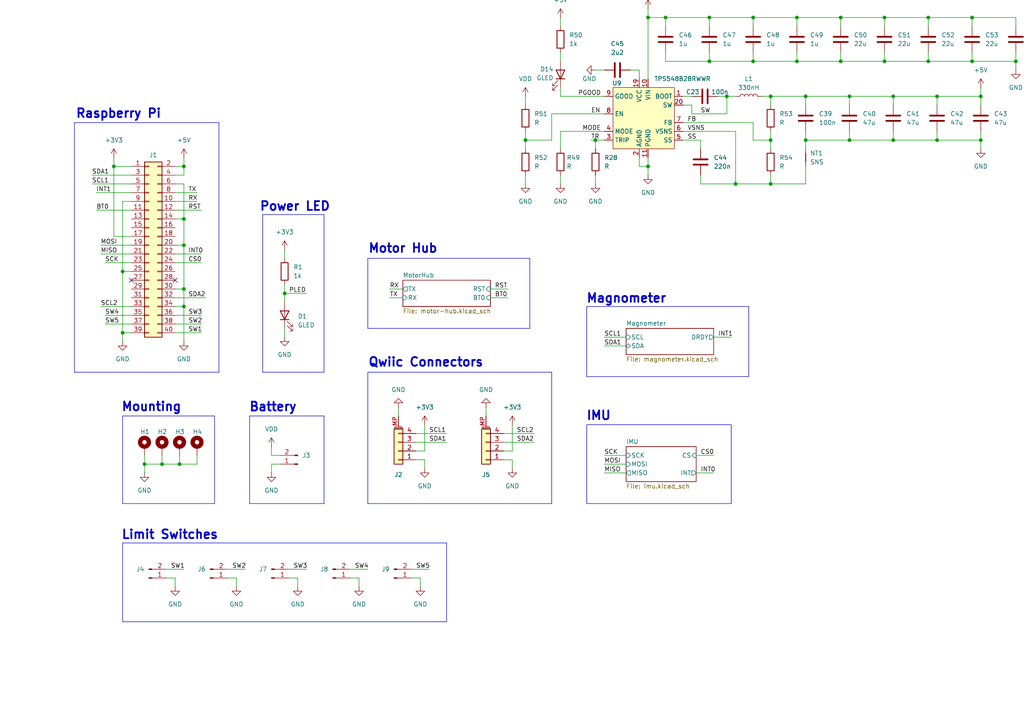
<source format=kicad_sch>
(kicad_sch (version 20231120) (generator "eeschema") (generator_version "8.0")
  (paper "A4")
  (lib_symbols
    (symbol "Connector:Conn_01x02_Pin" (pin_names (offset 1.016) hide)
      (property "Reference" "J" (at 0 2.54 0))
      (property "Value" "Conn_01x02_Pin" (at 0 -5.08 0))
      (symbol "Conn_01x02_Pin_1_1"
        (pin passive line (at 5.08 0 180) (length 3.81) (name "Pin_1") (number "1"))
        (pin passive line (at 5.08 -2.54 180) (length 3.81) (name "Pin_2") (number "2"))
      )
    )
    (symbol "Connector_Generic:Conn_02x20_Odd_Even" (pin_names (offset 1.016) hide)
      (property "Reference" "J" (at 1.27 25.4 0))
      (property "Value" "Conn_02x20_Odd_Even" (at 1.27 -27.94 0))
      (symbol "Conn_02x20_Odd_Even_1_1"
        (pin passive line (at -5.08 22.86 0) (length 3.81) (name "Pin_1") (number "1"))
        (pin passive line (at 7.62 12.7 180) (length 3.81) (name "Pin_10") (number "10"))
        (pin passive line (at -5.08 10.16 0) (length 3.81) (name "Pin_11") (number "11"))
        (pin passive line (at 7.62 10.16 180) (length 3.81) (name "Pin_12") (number "12"))
        (pin passive line (at -5.08 7.62 0) (length 3.81) (name "Pin_13") (number "13"))
        (pin passive line (at 7.62 7.62 180) (length 3.81) (name "Pin_14") (number "14"))
        (pin passive line (at -5.08 5.08 0) (length 3.81) (name "Pin_15") (number "15"))
        (pin passive line (at 7.62 5.08 180) (length 3.81) (name "Pin_16") (number "16"))
        (pin passive line (at -5.08 2.54 0) (length 3.81) (name "Pin_17") (number "17"))
        (pin passive line (at 7.62 2.54 180) (length 3.81) (name "Pin_18") (number "18"))
        (pin passive line (at -5.08 0 0) (length 3.81) (name "Pin_19") (number "19"))
        (pin passive line (at 7.62 22.86 180) (length 3.81) (name "Pin_2") (number "2"))
        (pin passive line (at 7.62 0 180) (length 3.81) (name "Pin_20") (number "20"))
        (pin passive line (at -5.08 -2.54 0) (length 3.81) (name "Pin_21") (number "21"))
        (pin passive line (at 7.62 -2.54 180) (length 3.81) (name "Pin_22") (number "22"))
        (pin passive line (at -5.08 -5.08 0) (length 3.81) (name "Pin_23") (number "23"))
        (pin passive line (at 7.62 -5.08 180) (length 3.81) (name "Pin_24") (number "24"))
        (pin passive line (at -5.08 -7.62 0) (length 3.81) (name "Pin_25") (number "25"))
        (pin passive line (at 7.62 -7.62 180) (length 3.81) (name "Pin_26") (number "26"))
        (pin passive line (at -5.08 -10.16 0) (length 3.81) (name "Pin_27") (number "27"))
        (pin passive line (at 7.62 -10.16 180) (length 3.81) (name "Pin_28") (number "28"))
        (pin passive line (at -5.08 -12.7 0) (length 3.81) (name "Pin_29") (number "29"))
        (pin passive line (at -5.08 20.32 0) (length 3.81) (name "Pin_3") (number "3"))
        (pin passive line (at 7.62 -12.7 180) (length 3.81) (name "Pin_30") (number "30"))
        (pin passive line (at -5.08 -15.24 0) (length 3.81) (name "Pin_31") (number "31"))
        (pin passive line (at 7.62 -15.24 180) (length 3.81) (name "Pin_32") (number "32"))
        (pin passive line (at -5.08 -17.78 0) (length 3.81) (name "Pin_33") (number "33"))
        (pin passive line (at 7.62 -17.78 180) (length 3.81) (name "Pin_34") (number "34"))
        (pin passive line (at -5.08 -20.32 0) (length 3.81) (name "Pin_35") (number "35"))
        (pin passive line (at 7.62 -20.32 180) (length 3.81) (name "Pin_36") (number "36"))
        (pin passive line (at -5.08 -22.86 0) (length 3.81) (name "Pin_37") (number "37"))
        (pin passive line (at 7.62 -22.86 180) (length 3.81) (name "Pin_38") (number "38"))
        (pin passive line (at -5.08 -25.4 0) (length 3.81) (name "Pin_39") (number "39"))
        (pin passive line (at 7.62 20.32 180) (length 3.81) (name "Pin_4") (number "4"))
        (pin passive line (at 7.62 -25.4 180) (length 3.81) (name "Pin_40") (number "40"))
        (pin passive line (at -5.08 17.78 0) (length 3.81) (name "Pin_5") (number "5"))
        (pin passive line (at 7.62 17.78 180) (length 3.81) (name "Pin_6") (number "6"))
        (pin passive line (at -5.08 15.24 0) (length 3.81) (name "Pin_7") (number "7"))
        (pin passive line (at 7.62 15.24 180) (length 3.81) (name "Pin_8") (number "8"))
        (pin passive line (at -5.08 12.7 0) (length 3.81) (name "Pin_9") (number "9"))
      )
    )
    (symbol "Connector_Generic_MountingPin:Conn_01x04_MountingPin" (pin_names (offset 1.016) hide)
      (property "Reference" "J" (at 0 5.08 0))
      (property "Value" "Conn_01x04_MountingPin" (at 1.27 -7.62 0))
      (symbol "Conn_01x04_MountingPin_1_1"
        (text "Mounting" (at 0 -6.731 0) (effects (font (size 0.381 0.381))))
        (pin passive line (at -5.08 2.54 0) (length 3.81) (name "Pin_1") (number "1"))
        (pin passive line (at -5.08 0 0) (length 3.81) (name "Pin_2") (number "2"))
        (pin passive line (at -5.08 -2.54 0) (length 3.81) (name "Pin_3") (number "3"))
        (pin passive line (at -5.08 -5.08 0) (length 3.81) (name "Pin_4") (number "4"))
        (pin passive line (at 0 -10.16 90) (length 3.048) (name "MountPin") (number "MP"))
      )
    )
    (symbol "Device:C" (pin_numbers hide) (pin_names (offset 0.254))
      (property "Reference" "C" (at 0.635 2.54 0))
      (property "Value" "C" (at 0.635 -2.54 0))
      (symbol "C_1_1"
        (pin passive line (at 0 3.81 270) (length 2.794) (name "~") (number "1"))
        (pin passive line (at 0 -3.81 90) (length 2.794) (name "~") (number "2"))
      )
    )
    (symbol "Device:L" (pin_numbers hide) (pin_names (offset 1.016) hide)
      (property "Reference" "L" (at -1.27 0 90))
      (property "Value" "L" (at 1.905 0 90))
      (symbol "L_1_1"
        (pin passive line (at 0 3.81 270) (length 1.27) (name "1") (number "1"))
        (pin passive line (at 0 -3.81 90) (length 1.27) (name "2") (number "2"))
      )
    )
    (symbol "Device:LED" (pin_numbers hide) (pin_names (offset 1.016) hide)
      (property "Reference" "D" (at 0 2.54 0))
      (property "Value" "LED" (at 0 -2.54 0))
      (symbol "LED_1_1"
        (pin passive line (at -3.81 0 0) (length 2.54) (name "K") (number "1"))
        (pin passive line (at 3.81 0 180) (length 2.54) (name "A") (number "2"))
      )
    )
    (symbol "Device:NetTie_2" (pin_numbers hide) (pin_names (offset 0) hide) (in_bom no)
      (property "Reference" "NT" (at 0 1.27 0))
      (property "Value" "NetTie_2" (at 0 -1.27 0))
      (symbol "NetTie_2_1_1"
        (pin passive line (at -2.54 0 0) (length 2.54) (name "1") (number "1"))
        (pin passive line (at 2.54 0 180) (length 2.54) (name "2") (number "2"))
      )
    )
    (symbol "Device:R" (pin_numbers hide) (pin_names (offset 0))
      (property "Reference" "R" (at 2.032 0 90))
      (property "Value" "R" (at 0 0 90))
      (symbol "R_1_1"
        (pin passive line (at 0 3.81 270) (length 1.27) (name "~") (number "1"))
        (pin passive line (at 0 -3.81 90) (length 1.27) (name "~") (number "2"))
      )
    )
    (symbol "Mechanical:MountingHole_Pad" (pin_numbers hide) (pin_names (offset 1.016) hide) (exclude_from_sim yes) (in_bom no)
      (property "Reference" "H" (at 0 6.35 0))
      (property "Value" "MountingHole_Pad" (at 0 4.445 0))
      (symbol "MountingHole_Pad_1_1"
        (pin input line (at 0 -2.54 90) (length 2.54) (name "1") (number "1"))
      )
    )
    (symbol "Symbols:TPS548B28RWWR"
      (property "Reference" "U" (at 1.016 1.524 0))
      (property "Value" "TPS548B28RWWR" (at 20.32 1.524 0))
      (symbol "TPS548B28RWWR_1_1"
        (pin bidirectional line (at 20.32 -2.54 180) (length 2.54) (name "BOOT") (number "1"))
        (pin power_in line (at 10.16 2.54 270) (length 2.54) (name "VIN") (number "10"))
        (pin power_in line (at 10.16 -20.32 90) (length 2.54) (name "PGND") (number "11"))
        (pin power_in line (at 10.16 -20.32 90) (length 2.54) hide (name "PGND") (number "12"))
        (pin power_in line (at 10.16 -20.32 90) (length 2.54) hide (name "PGND") (number "13"))
        (pin power_in line (at 10.16 -20.32 90) (length 2.54) hide (name "PGND") (number "14"))
        (pin power_in line (at 10.16 -20.32 90) (length 2.54) hide (name "PGND") (number "15"))
        (pin power_in line (at 10.16 -20.32 90) (length 2.54) hide (name "PGND") (number "16"))
        (pin power_in line (at 10.16 -20.32 90) (length 2.54) hide (name "PGND") (number "17"))
        (pin power_in line (at 10.16 -20.32 90) (length 2.54) hide (name "PGND") (number "18"))
        (pin bidirectional line (at 7.62 2.54 270) (length 2.54) (name "VCC") (number "19"))
        (pin power_in line (at 7.62 -20.32 90) (length 2.54) (name "AGND") (number "2"))
        (pin output line (at 20.32 -5.08 180) (length 2.54) (name "SW") (number "20"))
        (pin power_in line (at 10.16 2.54 270) (length 2.54) hide (name "VIN") (number "21"))
        (pin bidirectional line (at -2.54 -15.24 0) (length 2.54) (name "TRIP") (number "3"))
        (pin input line (at -2.54 -12.7 0) (length 2.54) (name "MODE") (number "4"))
        (pin input line (at 20.32 -15.24 180) (length 2.54) (name "SS") (number "5"))
        (pin input line (at 20.32 -12.7 180) (length 2.54) (name "VSNS") (number "6"))
        (pin input line (at 20.32 -10.16 180) (length 2.54) (name "FB") (number "7"))
        (pin input line (at -2.54 -7.62 0) (length 2.54) (name "EN") (number "8"))
        (pin open_collector line (at -2.54 -2.54 0) (length 2.54) (name "GOOD") (number "9"))
      )
    )
    (symbol "power:+3V3" (power) (pin_numbers hide) (pin_names (offset 0) hide)
      (property "Value" "+3V3" (at 0 3.556 0))
      (symbol "+3V3_1_1"
        (pin power_in line (at 0 0 90) (length 0) (name "~") (number "1"))
      )
    )
    (symbol "power:+5V" (power) (pin_numbers hide) (pin_names (offset 0) hide)
      (property "Value" "+5V" (at 0 3.556 0))
      (symbol "+5V_1_1"
        (pin power_in line (at 0 0 90) (length 0) (name "~") (number "1"))
      )
    )
    (symbol "power:GND" (power) (pin_numbers hide) (pin_names (offset 0) hide)
      (property "Value" "GND" (at 0 -3.81 0))
      (symbol "GND_1_1"
        (pin power_in line (at 0 0 270) (length 0) (name "~") (number "1"))
      )
    )
    (symbol "power:VDD" (power) (pin_numbers hide) (pin_names (offset 0) hide)
      (property "Value" "VDD" (at 0 3.556 0))
      (symbol "VDD_1_1"
        (pin power_in line (at 0 0 90) (length 0) (name "~") (number "1"))
      )
    )
  )
  (junction (at 53.34 48.26))
  (junction (at 52.07 134.62))
  (junction (at 193.04 5.08))
  (junction (at 223.52 27.94))
  (junction (at 35.56 78.74))
  (junction (at 284.48 40.64))
  (junction (at 233.68 27.94))
  (junction (at 53.34 71.12))
  (junction (at 259.08 40.64))
  (junction (at 35.56 96.52))
  (junction (at 246.38 40.64))
  (junction (at 187.96 5.08))
  (junction (at 218.44 17.78))
  (junction (at 246.38 27.94))
  (junction (at 46.99 134.62))
  (junction (at 294.64 17.78))
  (junction (at 53.34 88.9))
  (junction (at 53.34 63.5))
  (junction (at 271.78 27.94))
  (junction (at 205.74 17.78))
  (junction (at 243.84 17.78))
  (junction (at 231.14 5.08))
  (junction (at 269.24 17.78))
  (junction (at 33.02 48.26))
  (junction (at 213.36 53.34))
  (junction (at 187.96 48.26))
  (junction (at 210.82 27.94))
  (junction (at 231.14 17.78))
  (junction (at 152.4 40.64))
  (junction (at 256.54 17.78))
  (junction (at 284.48 27.94))
  (junction (at 218.44 5.08))
  (junction (at 271.78 40.64))
  (junction (at 172.72 40.64))
  (junction (at 256.54 5.08))
  (junction (at 41.91 134.62))
  (junction (at 281.94 17.78))
  (junction (at 53.34 83.82))
  (junction (at 233.68 40.64))
  (junction (at 223.52 53.34))
  (junction (at 205.74 5.08))
  (junction (at 82.55 85.09))
  (junction (at 243.84 5.08))
  (junction (at 259.08 27.94))
  (junction (at 223.52 40.64))
  (junction (at 281.94 5.08))
  (junction (at 269.24 5.08))
  (no_connect (at 38.1 81.28))
  (no_connect (at 50.8 81.28))
  (polyline (pts (xy 50.8 107.95) (xy 63.5 107.95)))
  (wire (pts (xy 213.36 38.1) (xy 213.36 53.34)))
  (wire (pts (xy 33.02 68.58) (xy 33.02 48.26)))
  (wire (pts (xy 243.84 17.78) (xy 243.84 15.24)))
  (wire (pts (xy 172.72 20.32) (xy 175.26 20.32)))
  (wire (pts (xy 187.96 48.26) (xy 185.42 48.26)))
  (wire (pts (xy 162.56 38.1) (xy 175.26 38.1)))
  (wire (pts (xy 284.48 38.1) (xy 284.48 40.64)))
  (wire (pts (xy 140.97 118.11) (xy 140.97 120.65)))
  (wire (pts (xy 78.74 132.08) (xy 81.28 132.08)))
  (wire (pts (xy 187.96 22.86) (xy 187.96 5.08)))
  (wire (pts (xy 284.48 40.64) (xy 271.78 40.64)))
  (polyline (pts (xy 21.59 107.95) (xy 21.59 35.56)))
  (wire (pts (xy 243.84 17.78) (xy 231.14 17.78)))
  (polyline (pts (xy 212.09 146.05) (xy 212.09 123.19)))
  (wire (pts (xy 50.8 58.42) (xy 57.15 58.42)))
  (wire (pts (xy 123.19 133.35) (xy 120.65 133.35)))
  (polyline (pts (xy 35.56 120.65) (xy 35.56 128.27)))
  (wire (pts (xy 81.28 134.62) (xy 78.74 134.62)))
  (wire (pts (xy 113.03 86.36) (xy 116.84 86.36)))
  (wire (pts (xy 187.96 45.72) (xy 187.96 48.26)))
  (wire (pts (xy 269.24 17.78) (xy 281.94 17.78)))
  (wire (pts (xy 198.12 30.48) (xy 200.66 30.48)))
  (wire (pts (xy 121.92 170.18) (xy 121.92 167.64)))
  (wire (pts (xy 78.74 134.62) (xy 78.74 137.16)))
  (wire (pts (xy 35.56 96.52) (xy 35.56 78.74)))
  (wire (pts (xy 218.44 5.08) (xy 218.44 7.62)))
  (polyline (pts (xy 35.56 160.02) (xy 35.56 180.34)))
  (wire (pts (xy 233.68 40.64) (xy 233.68 38.1)))
  (wire (pts (xy 175.26 97.79) (xy 181.61 97.79)))
  (wire (pts (xy 148.59 133.35) (xy 148.59 135.89)))
  (wire (pts (xy 121.92 167.64) (xy 119.38 167.64)))
  (wire (pts (xy 175.26 137.16) (xy 181.61 137.16)))
  (wire (pts (xy 201.93 132.08) (xy 207.01 132.08)))
  (wire (pts (xy 53.34 88.9) (xy 50.8 88.9)))
  (wire (pts (xy 50.8 76.2) (xy 58.42 76.2)))
  (wire (pts (xy 35.56 78.74) (xy 38.1 78.74)))
  (wire (pts (xy 218.44 17.78) (xy 231.14 17.78)))
  (wire (pts (xy 104.14 167.64) (xy 101.6 167.64)))
  (wire (pts (xy 187.96 2.54) (xy 187.96 5.08)))
  (polyline (pts (xy 35.56 128.27) (xy 35.56 146.05)))
  (wire (pts (xy 271.78 40.64) (xy 271.78 38.1)))
  (wire (pts (xy 162.56 50.8) (xy 162.56 53.34)))
  (polyline (pts (xy 106.68 74.93) (xy 106.68 78.74)))
  (wire (pts (xy 29.21 73.66) (xy 38.1 73.66)))
  (wire (pts (xy 284.48 25.4) (xy 284.48 27.94)))
  (wire (pts (xy 66.04 165.1) (xy 71.12 165.1)))
  (wire (pts (xy 271.78 27.94) (xy 284.48 27.94)))
  (wire (pts (xy 172.72 40.64) (xy 175.26 40.64)))
  (wire (pts (xy 152.4 40.64) (xy 152.4 43.18)))
  (wire (pts (xy 281.94 17.78) (xy 294.64 17.78)))
  (wire (pts (xy 142.24 83.82) (xy 147.32 83.82)))
  (wire (pts (xy 246.38 27.94) (xy 246.38 30.48)))
  (wire (pts (xy 223.52 40.64) (xy 223.52 43.18)))
  (wire (pts (xy 207.01 97.79) (xy 212.09 97.79)))
  (wire (pts (xy 57.15 132.08) (xy 57.15 134.62)))
  (wire (pts (xy 82.55 72.39) (xy 82.55 74.93)))
  (wire (pts (xy 50.8 55.88) (xy 57.15 55.88)))
  (wire (pts (xy 256.54 5.08) (xy 256.54 7.62)))
  (wire (pts (xy 142.24 86.36) (xy 147.32 86.36)))
  (wire (pts (xy 223.52 27.94) (xy 233.68 27.94)))
  (wire (pts (xy 50.8 93.98) (xy 58.42 93.98)))
  (wire (pts (xy 256.54 15.24) (xy 256.54 17.78)))
  (wire (pts (xy 172.72 50.8) (xy 172.72 53.34)))
  (polyline (pts (xy 106.68 78.74) (xy 106.68 95.25)))
  (wire (pts (xy 233.68 27.94) (xy 246.38 27.94)))
  (wire (pts (xy 210.82 27.94) (xy 210.82 33.02)))
  (polyline (pts (xy 35.56 180.34) (xy 129.54 180.34)))
  (polyline (pts (xy 160.02 146.05) (xy 160.02 107.95)))
  (polyline (pts (xy 170.18 96.52) (xy 170.18 109.22)))
  (wire (pts (xy 30.48 76.2) (xy 38.1 76.2)))
  (wire (pts (xy 233.68 27.94) (xy 233.68 30.48)))
  (wire (pts (xy 256.54 5.08) (xy 269.24 5.08)))
  (wire (pts (xy 83.82 165.1) (xy 88.9 165.1)))
  (wire (pts (xy 50.8 91.44) (xy 58.42 91.44)))
  (wire (pts (xy 294.64 5.08) (xy 294.64 7.62)))
  (polyline (pts (xy 106.68 125.73) (xy 106.68 146.05)))
  (wire (pts (xy 294.64 15.24) (xy 294.64 17.78)))
  (polyline (pts (xy 63.5 35.56) (xy 63.5 107.95)))
  (wire (pts (xy 281.94 5.08) (xy 269.24 5.08)))
  (wire (pts (xy 26.67 53.34) (xy 38.1 53.34)))
  (wire (pts (xy 205.74 17.78) (xy 218.44 17.78)))
  (wire (pts (xy 30.48 93.98) (xy 38.1 93.98)))
  (wire (pts (xy 33.02 48.26) (xy 38.1 48.26)))
  (polyline (pts (xy 62.23 120.65) (xy 35.56 120.65)))
  (wire (pts (xy 41.91 134.62) (xy 41.91 137.16)))
  (wire (pts (xy 281.94 7.62) (xy 281.94 5.08)))
  (wire (pts (xy 171.45 40.64) (xy 172.72 40.64)))
  (wire (pts (xy 162.56 27.94) (xy 175.26 27.94)))
  (wire (pts (xy 53.34 53.34) (xy 50.8 53.34)))
  (wire (pts (xy 187.96 48.26) (xy 187.96 50.8)))
  (wire (pts (xy 243.84 5.08) (xy 256.54 5.08)))
  (wire (pts (xy 50.8 60.96) (xy 58.42 60.96)))
  (wire (pts (xy 218.44 40.64) (xy 223.52 40.64)))
  (polyline (pts (xy 93.98 146.05) (xy 93.98 120.65)))
  (polyline (pts (xy 212.09 123.19) (xy 170.18 123.19)))
  (wire (pts (xy 148.59 130.81) (xy 146.05 130.81)))
  (wire (pts (xy 213.36 53.34) (xy 223.52 53.34)))
  (wire (pts (xy 123.19 130.81) (xy 120.65 130.81)))
  (polyline (pts (xy 170.18 88.9) (xy 170.18 96.52)))
  (wire (pts (xy 259.08 40.64) (xy 246.38 40.64)))
  (wire (pts (xy 35.56 99.06) (xy 35.56 96.52)))
  (wire (pts (xy 193.04 5.08) (xy 193.04 7.62)))
  (wire (pts (xy 220.98 27.94) (xy 223.52 27.94)))
  (polyline (pts (xy 106.68 146.05) (xy 160.02 146.05)))
  (polyline (pts (xy 170.18 146.05) (xy 212.09 146.05)))
  (wire (pts (xy 218.44 17.78) (xy 218.44 15.24)))
  (wire (pts (xy 27.94 55.88) (xy 38.1 55.88)))
  (wire (pts (xy 120.65 125.73) (xy 129.54 125.73)))
  (wire (pts (xy 152.4 50.8) (xy 152.4 53.34)))
  (wire (pts (xy 182.88 20.32) (xy 185.42 20.32)))
  (wire (pts (xy 269.24 15.24) (xy 269.24 17.78)))
  (wire (pts (xy 203.2 40.64) (xy 198.12 40.64)))
  (wire (pts (xy 193.04 17.78) (xy 205.74 17.78)))
  (wire (pts (xy 148.59 133.35) (xy 146.05 133.35)))
  (wire (pts (xy 294.64 17.78) (xy 294.64 20.32)))
  (wire (pts (xy 82.55 85.09) (xy 88.9 85.09)))
  (wire (pts (xy 26.67 50.8) (xy 38.1 50.8)))
  (wire (pts (xy 231.14 5.08) (xy 231.14 7.62)))
  (wire (pts (xy 203.2 43.18) (xy 203.2 40.64)))
  (wire (pts (xy 259.08 27.94) (xy 259.08 30.48)))
  (wire (pts (xy 175.26 132.08) (xy 181.61 132.08)))
  (wire (pts (xy 29.21 71.12) (xy 38.1 71.12)))
  (wire (pts (xy 50.8 73.66) (xy 58.42 73.66)))
  (wire (pts (xy 205.74 5.08) (xy 205.74 7.62)))
  (wire (pts (xy 53.34 63.5) (xy 50.8 63.5)))
  (wire (pts (xy 205.74 17.78) (xy 205.74 15.24)))
  (wire (pts (xy 50.8 86.36) (xy 59.69 86.36)))
  (polyline (pts (xy 170.18 129.54) (xy 170.18 146.05)))
  (polyline (pts (xy 217.17 88.9) (xy 170.18 88.9)))
  (wire (pts (xy 162.56 15.24) (xy 162.56 17.78)))
  (wire (pts (xy 123.19 123.19) (xy 123.19 130.81)))
  (polyline (pts (xy 153.67 95.25) (xy 153.67 74.93)))
  (wire (pts (xy 223.52 38.1) (xy 223.52 40.64)))
  (wire (pts (xy 53.34 50.8) (xy 50.8 50.8)))
  (wire (pts (xy 218.44 35.56) (xy 218.44 40.64)))
  (wire (pts (xy 82.55 85.09) (xy 82.55 87.63)))
  (wire (pts (xy 203.2 53.34) (xy 203.2 50.8)))
  (wire (pts (xy 246.38 40.64) (xy 233.68 40.64)))
  (wire (pts (xy 246.38 40.64) (xy 246.38 38.1)))
  (wire (pts (xy 68.58 170.18) (xy 68.58 167.64)))
  (polyline (pts (xy 170.18 109.22) (xy 217.17 109.22)))
  (wire (pts (xy 86.36 170.18) (xy 86.36 167.64)))
  (wire (pts (xy 160.02 33.02) (xy 175.26 33.02)))
  (wire (pts (xy 243.84 7.62) (xy 243.84 5.08)))
  (wire (pts (xy 231.14 17.78) (xy 231.14 15.24)))
  (wire (pts (xy 223.52 53.34) (xy 233.68 53.34)))
  (wire (pts (xy 162.56 5.08) (xy 162.56 7.62)))
  (wire (pts (xy 86.36 167.64) (xy 83.82 167.64)))
  (polyline (pts (xy 129.54 180.34) (xy 129.54 157.48)))
  (wire (pts (xy 152.4 40.64) (xy 160.02 40.64)))
  (wire (pts (xy 33.02 45.72) (xy 33.02 48.26)))
  (wire (pts (xy 29.21 88.9) (xy 38.1 88.9)))
  (polyline (pts (xy 93.98 62.23) (xy 76.2 62.23)))
  (wire (pts (xy 115.57 118.11) (xy 115.57 120.65)))
  (wire (pts (xy 281.94 5.08) (xy 294.64 5.08)))
  (wire (pts (xy 187.96 5.08) (xy 193.04 5.08)))
  (wire (pts (xy 185.42 48.26) (xy 185.42 45.72)))
  (wire (pts (xy 53.34 88.9) (xy 53.34 83.82)))
  (wire (pts (xy 210.82 27.94) (xy 208.28 27.94)))
  (polyline (pts (xy 153.67 74.93) (xy 106.68 74.93)))
  (wire (pts (xy 185.42 20.32) (xy 185.42 22.86)))
  (wire (pts (xy 198.12 35.56) (xy 218.44 35.56)))
  (polyline (pts (xy 72.39 121.92) (xy 72.39 146.05)))
  (wire (pts (xy 246.38 27.94) (xy 259.08 27.94)))
  (wire (pts (xy 160.02 40.64) (xy 160.02 33.02)))
  (polyline (pts (xy 35.56 157.48) (xy 35.56 160.02)))
  (polyline (pts (xy 93.98 107.95) (xy 93.98 62.23)))
  (wire (pts (xy 46.99 134.62) (xy 52.07 134.62)))
  (wire (pts (xy 193.04 5.08) (xy 205.74 5.08)))
  (wire (pts (xy 269.24 17.78) (xy 256.54 17.78)))
  (wire (pts (xy 33.02 68.58) (xy 38.1 68.58)))
  (polyline (pts (xy 21.59 35.56) (xy 63.5 35.56)))
  (polyline (pts (xy 62.23 146.05) (xy 62.23 120.65)))
  (polyline (pts (xy 217.17 109.22) (xy 217.17 88.9)))
  (wire (pts (xy 53.34 71.12) (xy 50.8 71.12)))
  (wire (pts (xy 259.08 27.94) (xy 271.78 27.94)))
  (wire (pts (xy 223.52 50.8) (xy 223.52 53.34)))
  (wire (pts (xy 201.93 137.16) (xy 207.01 137.16)))
  (wire (pts (xy 120.65 128.27) (xy 129.54 128.27)))
  (wire (pts (xy 284.48 40.64) (xy 284.48 43.18)))
  (wire (pts (xy 30.48 91.44) (xy 38.1 91.44)))
  (polyline (pts (xy 76.2 68.58) (xy 76.2 107.95)))
  (wire (pts (xy 35.56 78.74) (xy 35.56 58.42)))
  (wire (pts (xy 256.54 17.78) (xy 243.84 17.78)))
  (wire (pts (xy 175.26 100.33) (xy 181.61 100.33)))
  (wire (pts (xy 53.34 71.12) (xy 53.34 63.5)))
  (wire (pts (xy 175.26 134.62) (xy 181.61 134.62)))
  (wire (pts (xy 101.6 165.1) (xy 106.68 165.1)))
  (wire (pts (xy 205.74 5.08) (xy 218.44 5.08)))
  (wire (pts (xy 162.56 43.18) (xy 162.56 38.1)))
  (wire (pts (xy 27.94 60.96) (xy 38.1 60.96)))
  (polyline (pts (xy 129.54 157.48) (xy 35.56 157.48)))
  (wire (pts (xy 50.8 170.18) (xy 50.8 167.64)))
  (wire (pts (xy 53.34 63.5) (xy 53.34 53.34)))
  (wire (pts (xy 146.05 125.73) (xy 154.94 125.73)))
  (wire (pts (xy 152.4 27.94) (xy 152.4 30.48)))
  (wire (pts (xy 57.15 134.62) (xy 52.07 134.62)))
  (wire (pts (xy 162.56 25.4) (xy 162.56 27.94)))
  (wire (pts (xy 271.78 27.94) (xy 271.78 30.48)))
  (polyline (pts (xy 93.98 120.65) (xy 72.39 120.65)))
  (wire (pts (xy 259.08 40.64) (xy 259.08 38.1)))
  (polyline (pts (xy 35.56 146.05) (xy 62.23 146.05)))
  (wire (pts (xy 35.56 58.42) (xy 38.1 58.42)))
  (wire (pts (xy 104.14 170.18) (xy 104.14 167.64)))
  (wire (pts (xy 233.68 40.64) (xy 233.68 43.18)))
  (wire (pts (xy 210.82 27.94) (xy 213.36 27.94)))
  (wire (pts (xy 46.99 134.62) (xy 46.99 132.08)))
  (wire (pts (xy 172.72 40.64) (xy 172.72 43.18)))
  (wire (pts (xy 223.52 27.94) (xy 223.52 30.48)))
  (wire (pts (xy 53.34 83.82) (xy 53.34 71.12)))
  (wire (pts (xy 113.03 83.82) (xy 116.84 83.82)))
  (wire (pts (xy 200.66 33.02) (xy 210.82 33.02)))
  (wire (pts (xy 269.24 5.08) (xy 269.24 7.62)))
  (wire (pts (xy 146.05 128.27) (xy 154.94 128.27)))
  (wire (pts (xy 41.91 132.08) (xy 41.91 134.62)))
  (wire (pts (xy 148.59 123.19) (xy 148.59 130.81)))
  (wire (pts (xy 193.04 15.24) (xy 193.04 17.78)))
  (polyline (pts (xy 170.18 123.19) (xy 170.18 129.54)))
  (wire (pts (xy 53.34 48.26) (xy 53.34 50.8)))
  (polyline (pts (xy 76.2 62.23) (xy 76.2 68.58)))
  (wire (pts (xy 218.44 5.08) (xy 231.14 5.08)))
  (wire (pts (xy 203.2 53.34) (xy 213.36 53.34)))
  (polyline (pts (xy 106.68 107.95) (xy 106.68 125.73)))
  (polyline (pts (xy 76.2 107.95) (xy 93.98 107.95)))
  (wire (pts (xy 152.4 38.1) (xy 152.4 40.64)))
  (wire (pts (xy 198.12 27.94) (xy 200.66 27.94)))
  (wire (pts (xy 35.56 96.52) (xy 38.1 96.52)))
  (wire (pts (xy 82.55 95.25) (xy 82.55 97.79)))
  (polyline (pts (xy 50.8 107.95) (xy 21.59 107.95)))
  (polyline (pts (xy 160.02 107.95) (xy 106.68 107.95)))
  (wire (pts (xy 82.55 82.55) (xy 82.55 85.09)))
  (wire (pts (xy 53.34 83.82) (xy 50.8 83.82)))
  (wire (pts (xy 271.78 40.64) (xy 259.08 40.64)))
  (wire (pts (xy 52.07 134.62) (xy 52.07 132.08)))
  (wire (pts (xy 243.84 5.08) (xy 231.14 5.08)))
  (wire (pts (xy 200.66 30.48) (xy 200.66 33.02)))
  (wire (pts (xy 41.91 134.62) (xy 46.99 134.62)))
  (polyline (pts (xy 72.39 146.05) (xy 93.98 146.05)))
  (wire (pts (xy 48.26 165.1) (xy 53.34 165.1)))
  (wire (pts (xy 53.34 45.72) (xy 53.34 48.26)))
  (wire (pts (xy 198.12 38.1) (xy 213.36 38.1)))
  (wire (pts (xy 53.34 99.06) (xy 53.34 88.9)))
  (wire (pts (xy 281.94 17.78) (xy 281.94 15.24)))
  (wire (pts (xy 284.48 27.94) (xy 284.48 30.48)))
  (wire (pts (xy 78.74 129.54) (xy 78.74 132.08)))
  (polyline (pts (xy 106.68 95.25) (xy 153.67 95.25)))
  (wire (pts (xy 50.8 48.26) (xy 53.34 48.26)))
  (polyline (pts (xy 72.39 120.65) (xy 72.39 121.92)))
  (wire (pts (xy 233.68 48.26) (xy 233.68 53.34)))
  (wire (pts (xy 123.19 133.35) (xy 123.19 135.89)))
  (wire (pts (xy 68.58 167.64) (xy 66.04 167.64)))
  (wire (pts (xy 119.38 165.1) (xy 124.46 165.1)))
  (wire (pts (xy 50.8 167.64) (xy 48.26 167.64)))
  (wire (pts (xy 50.8 96.52) (xy 58.42 96.52)))
  (text "Mounting" (at 43.942 118.11 0) (effects (font (size 2.54 2.54) (thickness 0.508) (bold yes))))
  (text "Power LED" (at 75.184 61.468 0) (effects (font (size 2.54 2.54) (thickness 0.508) (bold yes)) (justify left bottom)))
  (text "IMU" (at 169.926 122.174 0) (effects (font (size 2.54 2.54) (thickness 0.508) (bold yes)) (justify left bottom)))
  (text "Motor Hub" (at 106.68 73.66 0) (effects (font (size 2.54 2.54) (thickness 0.508) (bold yes)) (justify left bottom)))
  (text "Limit Switches" (at 49.276 155.194 0) (effects (font (size 2.54 2.54) (thickness 0.508) (bold yes))))
  (text "Qwiic Connectors" (at 106.68 106.68 0) (effects (font (size 2.54 2.54) (thickness 0.508) (bold yes)) (justify left bottom)))
  (text "Battery" (at 72.136 119.634 0) (effects (font (size 2.54 2.54) (thickness 0.508) (bold yes)) (justify left bottom)))
  (text "Raspberry Pi" (at 21.844 34.544 0) (effects (font (size 2.54 2.54) (thickness 0.508) (bold yes)) (justify left bottom)))
  (text "Magnometer" (at 169.926 88.138 0) (effects (font (size 2.54 2.54) (thickness 0.508) (bold yes)) (justify left bottom)))
  (label "SW3" (at 54.61 91.44 0))
  (label "SW3" (at 85.09 165.1 0))
  (label "SDA1" (at 175.26 100.33 0))
  (label "SW5" (at 30.48 93.98 0))
  (label "SCK" (at 30.48 76.2 0))
  (label "SCK" (at 175.26 132.08 0))
  (label "SW2" (at 54.61 93.98 0))
  (label "PLED" (at 83.82 85.09 0))
  (label "SDA1" (at 26.67 50.8 0))
  (label "SDA2" (at 54.61 86.36 0))
  (label "TX" (at 113.03 86.36 0))
  (label "RX" (at 113.03 83.82 0))
  (label "MODE" (at 168.91 38.1 0))
  (label "VSNS" (at 199.39 38.1 0))
  (label "MOSI" (at 175.26 134.62 0))
  (label "SDA1" (at 124.46 128.27 0))
  (label "PGOOD" (at 167.64 27.94 0))
  (label "BT0" (at 143.51 86.36 0))
  (label "MISO" (at 175.26 137.16 0))
  (label "BT0" (at 27.94 60.96 0))
  (label "TR" (at 171.45 40.64 0))
  (label "SDA2" (at 149.86 128.27 0))
  (label "RX" (at 54.61 58.42 0))
  (label "SW2" (at 67.31 165.1 0))
  (label "RST" (at 143.51 83.82 0))
  (label "CS0" (at 203.2 132.08 0))
  (label "SW4" (at 102.87 165.1 0))
  (label "SCL1" (at 124.46 125.73 0))
  (label "TX" (at 54.61 55.88 0))
  (label "MOSI" (at 29.21 71.12 0))
  (label "SCL1" (at 26.67 53.34 0))
  (label "SW" (at 203.2 33.02 0))
  (label "INT1" (at 208.28 97.79 0))
  (label "SCL2" (at 149.86 125.73 0))
  (label "EN" (at 171.45 33.02 0))
  (label "SW4" (at 30.48 91.44 0))
  (label "INT1" (at 27.94 55.88 0))
  (label "SW5" (at 120.65 165.1 0))
  (label "SW1" (at 54.61 96.52 0))
  (label "FB" (at 199.39 35.56 0))
  (label "SW1" (at 49.53 165.1 0))
  (label "SS" (at 199.39 40.64 0))
  (label "MISO" (at 29.21 73.66 0))
  (label "CS0" (at 54.61 76.2 0))
  (label "SCL2" (at 29.21 88.9 0))
  (label "INT0" (at 54.61 73.66 0))
  (label "INT0" (at 203.2 137.16 0))
  (label "SCL1" (at 175.26 97.79 0))
  (label "RST" (at 54.61 60.96 0))
  (symbol (lib_id "power:+3V3") (at 82.55 72.39 0) (unit 1)
    (property "Reference" "#PWR05" (effects (hide yes)))
    (property "Value" "+3V3" (at 82.55 67.31 0))
    (property "Description" "Power symbol creates a global label with name \"+3V3\"" (effects (hide yes)))
  )
  (symbol (lib_id "Connector:Conn_01x02_Pin") (at 96.52 167.64 0) (mirror x) (unit 1)
    (property "Reference" "J8" (at 95.25 165.0999 0) (effects (justify right)))
    (property "Value" "Conn_01x02_Pin" (effects (hide yes)))
    (property "Footprint" "Connector_PinHeader_2.54mm:PinHeader_1x02_P2.54mm_Vertical" (effects (hide yes)))
    (property "Description" "Generic connector, single row, 01x02, script generated" (effects (hide yes)))
  )
  (symbol (lib_id "Device:C") (at 271.78 34.29 0) (unit 1)
    (property "Reference" "C42" (at 275.59 33.0199 0) (effects (justify left)))
    (property "Value" "47u" (at 275.59 35.5599 0) (effects (justify left)))
    (property "Footprint" "Capacitor_SMD:C_1206_3216Metric" (effects (hide yes)))
    (property "Description" "Unpolarized capacitor" (effects (hide yes)))
    (property "LCSC" "C96123" (effects (hide yes)))
  )
  (symbol (lib_id "Mechanical:MountingHole_Pad") (at 52.07 129.54 0) (unit 1) (exclude_from_sim yes) (in_bom no)
    (property "Reference" "H3" (at 50.8 125.222 0) (effects (justify left)))
    (property "Value" "MountingHole_Pad" (effects (hide yes)))
    (property "Footprint" "MountingHole:MountingHole_2.5mm_Pad" (effects (hide yes)))
    (property "Description" "Mounting Hole with connection" (effects (hide yes)))
  )
  (symbol (lib_id "Device:C") (at 269.24 11.43 0) (unit 1)
    (property "Reference" "C52" (at 273.05 10.1599 0) (effects (justify left)))
    (property "Value" "22u" (at 273.05 12.6999 0) (effects (justify left)))
    (property "Footprint" "Capacitor_SMD:C_0805_2012Metric" (effects (hide yes)))
    (property "Description" "Unpolarized capacitor" (effects (hide yes)))
    (property "LCSC" "C45783" (effects (hide yes)))
  )
  (symbol (lib_id "Connector:Conn_01x02_Pin") (at 114.3 167.64 0) (mirror x) (unit 1)
    (property "Reference" "J9" (at 113.03 165.0999 0) (effects (justify right)))
    (property "Value" "Conn_01x02_Pin" (effects (hide yes)))
    (property "Footprint" "Connector_PinHeader_2.54mm:PinHeader_1x02_P2.54mm_Vertical" (effects (hide yes)))
    (property "Description" "Generic connector, single row, 01x02, script generated" (effects (hide yes)))
  )
  (symbol (lib_id "power:GND") (at 172.72 53.34 0) (unit 1)
    (property "Reference" "#PWR0102" (effects (hide yes)))
    (property "Value" "GND" (at 172.72 58.42 0))
    (property "Description" "Power symbol creates a global label with name \"GND\" , ground" (effects (hide yes)))
  )
  (symbol (lib_id "power:+3V3") (at 148.59 123.19 0) (unit 1)
    (property "Reference" "#PWR025" (effects (hide yes)))
    (property "Value" "+3V3" (at 148.59 118.11 0))
    (property "Description" "Power symbol creates a global label with name \"+3V3\"" (effects (hide yes)))
  )
  (symbol (lib_id "Device:R") (at 152.4 46.99 0) (unit 1)
    (property "Reference" "R52" (at 154.94 45.7199 0) (effects (justify left)))
    (property "Value" "R" (at 154.94 48.2599 0) (effects (justify left)))
    (property "Footprint" "Resistor_SMD:R_0402_1005Metric" (effects (hide yes)))
    (property "Description" "Resistor" (effects (hide yes)))
  )
  (symbol (lib_id "Device:R") (at 223.52 46.99 0) (unit 1)
    (property "Reference" "R54" (at 226.06 45.7199 0) (effects (justify left)))
    (property "Value" "R" (at 226.06 48.2599 0) (effects (justify left)))
    (property "Footprint" "Resistor_SMD:R_0402_1005Metric" (effects (hide yes)))
    (property "Description" "Resistor" (effects (hide yes)))
  )
  (symbol (lib_id "Connector:Conn_01x02_Pin") (at 60.96 167.64 0) (mirror x) (unit 1)
    (property "Reference" "J6" (at 59.69 165.0999 0) (effects (justify right)))
    (property "Value" "Conn_01x02_Pin" (effects (hide yes)))
    (property "Footprint" "Connector_PinHeader_2.54mm:PinHeader_1x02_P2.54mm_Vertical" (effects (hide yes)))
    (property "Description" "Generic connector, single row, 01x02, script generated" (effects (hide yes)))
  )
  (symbol (lib_id "Device:R") (at 162.56 11.43 180) (unit 1)
    (property "Reference" "R50" (at 165.1 10.1599 0) (effects (justify right)))
    (property "Value" "1k" (at 165.1 12.6999 0) (effects (justify right)))
    (property "Footprint" "Resistor_SMD:R_0402_1005Metric" (effects (hide yes)))
    (property "Description" "Resistor" (effects (hide yes)))
    (property "LCSC" "C11702" (effects (hide yes)))
  )
  (symbol (lib_id "power:GND") (at 115.57 118.11 180) (unit 1)
    (property "Reference" "#PWR07" (effects (hide yes)))
    (property "Value" "GND" (at 115.57 113.03 0))
    (property "Description" "Power symbol creates a global label with name \"GND\" , ground" (effects (hide yes)))
  )
  (symbol (lib_id "power:GND") (at 187.96 50.8 0) (unit 1)
    (property "Reference" "#PWR0101" (effects (hide yes)))
    (property "Value" "GND" (at 187.96 55.88 0))
    (property "Description" "Power symbol creates a global label with name \"GND\" , ground" (effects (hide yes)))
  )
  (symbol (lib_id "Connector:Conn_01x02_Pin") (at 86.36 134.62 180) (unit 1)
    (property "Reference" "J3" (at 87.63 132.0799 0) (effects (justify right)))
    (property "Value" "Conn_01x02_Pin" (effects (hide yes)))
    (property "Footprint" "Connector_AMASS:AMASS_XT30PW-M_1x02_P2.50mm_Horizontal" (effects (hide yes)))
    (property "Description" "Generic connector, single row, 01x02, script generated" (effects (hide yes)))
  )
  (symbol (lib_id "power:+5V") (at 162.56 5.08 0) (unit 1)
    (property "Reference" "#PWR0104" (effects (hide yes)))
    (property "Value" "+5V" (at 162.56 0 0))
    (property "Description" "Power symbol creates a global label with name \"+5V\"" (effects (hide yes)))
  )
  (symbol (lib_id "Device:C") (at 284.48 34.29 0) (unit 1)
    (property "Reference" "C43" (at 288.29 33.0199 0) (effects (justify left)))
    (property "Value" "47u" (at 288.29 35.5599 0) (effects (justify left)))
    (property "Footprint" "Capacitor_SMD:C_1206_3216Metric" (effects (hide yes)))
    (property "Description" "Unpolarized capacitor" (effects (hide yes)))
    (property "LCSC" "C96123" (effects (hide yes)))
  )
  (symbol (lib_id "power:GND") (at 123.19 135.89 0) (unit 1)
    (property "Reference" "#PWR010" (effects (hide yes)))
    (property "Value" "GND" (at 123.19 140.97 0))
    (property "Description" "Power symbol creates a global label with name \"GND\" , ground" (effects (hide yes)))
  )
  (symbol (lib_id "power:GND") (at 148.59 135.89 0) (unit 1)
    (property "Reference" "#PWR026" (effects (hide yes)))
    (property "Value" "GND" (at 148.59 140.97 0))
    (property "Description" "Power symbol creates a global label with name \"GND\" , ground" (effects (hide yes)))
  )
  (symbol (lib_id "power:GND") (at 140.97 118.11 180) (unit 1)
    (property "Reference" "#PWR024" (effects (hide yes)))
    (property "Value" "GND" (at 140.97 113.03 0))
    (property "Description" "Power symbol creates a global label with name \"GND\" , ground" (effects (hide yes)))
  )
  (symbol (lib_id "Connector_Generic_MountingPin:Conn_01x04_MountingPin") (at 115.57 130.81 180) (unit 1)
    (property "Reference" "J2" (at 115.57 137.668 0))
    (property "Value" "Conn_01x04_MountingPin" (effects (hide yes)))
    (property "Footprint" "Connector_JST:JST_SH_SM04B-SRSS-TB_1x04-1MP_P1.00mm_Horizontal" (effects (hide yes)))
    (property "Description" "Generic connectable mounting pin connector, single row, 01x04, script generated (kicad-library-utils/schlib/autogen/connector/)" (effects (hide yes)))
    (property "LCSC" "C160404" (effects (hide yes)))
  )
  (symbol (lib_id "Device:C") (at 246.38 34.29 0) (unit 1)
    (property "Reference" "C40" (at 250.19 33.0199 0) (effects (justify left)))
    (property "Value" "47u" (at 250.19 35.5599 0) (effects (justify left)))
    (property "Footprint" "Capacitor_SMD:C_1206_3216Metric" (effects (hide yes)))
    (property "Description" "Unpolarized capacitor" (effects (hide yes)))
    (property "LCSC" "C96123" (effects (hide yes)))
  )
  (symbol (lib_id "power:GND") (at 41.91 137.16 0) (unit 1)
    (property "Reference" "#PWR0263" (effects (hide yes)))
    (property "Value" "GND" (at 41.91 142.24 0))
    (property "Description" "Power symbol creates a global label with name \"GND\" , ground" (effects (hide yes)))
  )
  (symbol (lib_id "power:GND") (at 50.8 170.18 0) (unit 1)
    (property "Reference" "#PWR08" (effects (hide yes)))
    (property "Value" "GND" (at 50.8 175.26 0))
    (property "Description" "Power symbol creates a global label with name \"GND\" , ground" (effects (hide yes)))
  )
  (symbol (lib_id "Mechanical:MountingHole_Pad") (at 41.91 129.54 0) (unit 1) (exclude_from_sim yes) (in_bom no)
    (property "Reference" "H1" (at 40.64 125.222 0) (effects (justify left)))
    (property "Value" "MountingHole_Pad" (effects (hide yes)))
    (property "Footprint" "MountingHole:MountingHole_2.5mm_Pad" (effects (hide yes)))
    (property "Description" "Mounting Hole with connection" (effects (hide yes)))
  )
  (symbol (lib_id "power:GND") (at 53.34 99.06 0) (unit 1)
    (property "Reference" "#PWR04" (effects (hide yes)))
    (property "Value" "GND" (at 53.34 104.14 0))
    (property "Description" "Power symbol creates a global label with name \"GND\" , ground" (effects (hide yes)))
  )
  (symbol (lib_id "Device:LED") (at 162.56 21.59 270) (mirror x) (unit 1)
    (property "Reference" "D14" (at 160.528 20.066 90) (effects (justify right)))
    (property "Value" "GLED" (at 160.528 22.606 90) (effects (justify right)))
    (property "Footprint" "LED_SMD:LED_0603_1608Metric" (effects (hide yes)))
    (property "Description" "Light emitting diode" (effects (hide yes)))
    (property "LCSC" "C72043" (effects (hide yes)))
  )
  (symbol (lib_id "power:GND") (at 172.72 20.32 270) (unit 1)
    (property "Reference" "#PWR0107" (effects (hide yes)))
    (property "Value" "GND" (at 172.974 22.86 90) (effects (justify right)))
    (property "Description" "Power symbol creates a global label with name \"GND\" , ground" (effects (hide yes)))
  )
  (symbol (lib_id "power:GND") (at 86.36 170.18 0) (unit 1)
    (property "Reference" "#PWR092" (effects (hide yes)))
    (property "Value" "GND" (at 86.36 175.26 0))
    (property "Description" "Power symbol creates a global label with name \"GND\" , ground" (effects (hide yes)))
  )
  (symbol (lib_id "power:VDD") (at 152.4 27.94 0) (unit 1)
    (property "Reference" "#PWR0105" (effects (hide yes)))
    (property "Value" "VDD" (at 152.4 22.86 0))
    (property "Description" "Power symbol creates a global label with name \"VDD\"" (effects (hide yes)))
  )
  (symbol (lib_id "Mechanical:MountingHole_Pad") (at 57.15 129.54 0) (unit 1) (exclude_from_sim yes) (in_bom no)
    (property "Reference" "H4" (at 55.88 125.222 0) (effects (justify left)))
    (property "Value" "MountingHole_Pad" (effects (hide yes)))
    (property "Footprint" "MountingHole:MountingHole_2.5mm_Pad" (effects (hide yes)))
    (property "Description" "Mounting Hole with connection" (effects (hide yes)))
  )
  (symbol (lib_id "power:VDD") (at 78.74 129.54 0) (unit 1)
    (property "Reference" "#PWR011" (effects (hide yes)))
    (property "Value" "VDD" (at 78.74 124.46 0))
    (property "Description" "Power symbol creates a global label with name \"VDD\"" (effects (hide yes)))
  )
  (symbol (lib_id "Device:R") (at 82.55 78.74 180) (unit 1)
    (property "Reference" "R1" (at 85.09 77.4699 0) (effects (justify right)))
    (property "Value" "1k" (at 85.09 80.0099 0) (effects (justify right)))
    (property "Footprint" "Resistor_SMD:R_0402_1005Metric" (effects (hide yes)))
    (property "Description" "Resistor" (effects (hide yes)))
    (property "LCSC" "C11702" (effects (hide yes)))
  )
  (symbol (lib_id "power:GND") (at 78.74 137.16 0) (unit 1)
    (property "Reference" "#PWR012" (effects (hide yes)))
    (property "Value" "GND" (at 78.74 142.24 0))
    (property "Description" "Power symbol creates a global label with name \"GND\" , ground" (effects (hide yes)))
  )
  (symbol (lib_id "Device:C") (at 204.47 27.94 90) (unit 1)
    (property "Reference" "C23" (at 200.914 26.67 90))
    (property "Value" "100n" (at 208.788 26.67 90))
    (property "Footprint" "Capacitor_SMD:C_0603_1608Metric" (effects (hide yes)))
    (property "Description" "Unpolarized capacitor" (effects (hide yes)))
  )
  (symbol (lib_id "Device:C") (at 203.2 46.99 0) (unit 1)
    (property "Reference" "C44" (at 207.01 45.7199 0) (effects (justify left)))
    (property "Value" "220n" (at 207.01 48.2599 0) (effects (justify left)))
    (property "Footprint" "Capacitor_SMD:C_0603_1608Metric" (effects (hide yes)))
    (property "Description" "Unpolarized capacitor" (effects (hide yes)))
    (property "LCSC" "C16772" (effects (hide yes)))
  )
  (symbol (lib_id "Mechanical:MountingHole_Pad") (at 46.99 129.54 0) (unit 1) (exclude_from_sim yes) (in_bom no)
    (property "Reference" "H2" (at 45.72 125.222 0) (effects (justify left)))
    (property "Value" "MountingHole_Pad" (effects (hide yes)))
    (property "Footprint" "MountingHole:MountingHole_2.5mm_Pad" (effects (hide yes)))
    (property "Description" "Mounting Hole with connection" (effects (hide yes)))
  )
  (symbol (lib_id "Device:R") (at 152.4 34.29 0) (unit 1)
    (property "Reference" "R51" (at 154.94 33.0199 0) (effects (justify left)))
    (property "Value" "R" (at 154.94 35.5599 0) (effects (justify left)))
    (property "Footprint" "Resistor_SMD:R_0402_1005Metric" (effects (hide yes)))
    (property "Description" "Resistor" (effects (hide yes)))
  )
  (symbol (lib_id "power:GND") (at 104.14 170.18 0) (unit 1)
    (property "Reference" "#PWR097" (effects (hide yes)))
    (property "Value" "GND" (at 104.14 175.26 0))
    (property "Description" "Power symbol creates a global label with name \"GND\" , ground" (effects (hide yes)))
  )
  (symbol (lib_id "Device:C") (at 179.07 20.32 90) (unit 1)
    (property "Reference" "C45" (at 179.07 12.7 90))
    (property "Value" "2u2" (at 179.07 15.24 90))
    (property "Footprint" "Capacitor_SMD:C_0805_2012Metric" (effects (hide yes)))
    (property "Description" "Unpolarized capacitor" (effects (hide yes)))
    (property "LCSC" "C377773" (effects (hide yes)))
  )
  (symbol (lib_id "power:+5V") (at 284.48 25.4 0) (unit 1)
    (property "Reference" "#PWR099" (effects (hide yes)))
    (property "Value" "+5V" (at 284.48 20.32 0))
    (property "Description" "Power symbol creates a global label with name \"+5V\"" (effects (hide yes)))
  )
  (symbol (lib_id "Connector_Generic_MountingPin:Conn_01x04_MountingPin") (at 140.97 130.81 180) (unit 1)
    (property "Reference" "J5" (at 140.97 137.668 0))
    (property "Value" "Conn_01x04_MountingPin" (effects (hide yes)))
    (property "Footprint" "Connector_JST:JST_SH_SM04B-SRSS-TB_1x04-1MP_P1.00mm_Horizontal" (effects (hide yes)))
    (property "Description" "Generic connectable mounting pin connector, single row, 01x04, script generated (kicad-library-utils/schlib/autogen/connector/)" (effects (hide yes)))
    (property "LCSC" "C160404" (effects (hide yes)))
  )
  (symbol (lib_id "power:GND") (at 294.64 20.32 0) (unit 1)
    (property "Reference" "#PWR0111" (effects (hide yes)))
    (property "Value" "GND" (at 294.64 25.4 0))
    (property "Description" "Power symbol creates a global label with name \"GND\" , ground" (effects (hide yes)))
  )
  (symbol (lib_id "power:+3V3") (at 123.19 123.19 0) (unit 1)
    (property "Reference" "#PWR09" (effects (hide yes)))
    (property "Value" "+3V3" (at 123.19 118.11 0))
    (property "Description" "Power symbol creates a global label with name \"+3V3\"" (effects (hide yes)))
  )
  (symbol (lib_id "Connector:Conn_01x02_Pin") (at 78.74 167.64 0) (mirror x) (unit 1)
    (property "Reference" "J7" (at 77.47 165.0999 0) (effects (justify right)))
    (property "Value" "Conn_01x02_Pin" (effects (hide yes)))
    (property "Footprint" "Connector_PinHeader_2.54mm:PinHeader_1x02_P2.54mm_Vertical" (effects (hide yes)))
    (property "Description" "Generic connector, single row, 01x02, script generated" (effects (hide yes)))
  )
  (symbol (lib_id "Device:C") (at 193.04 11.43 0) (unit 1)
    (property "Reference" "C46" (at 196.85 10.1599 0) (effects (justify left)))
    (property "Value" "1u" (at 196.85 12.6999 0) (effects (justify left)))
    (property "Footprint" "Capacitor_SMD:C_0402_1005Metric" (effects (hide yes)))
    (property "Description" "Unpolarized capacitor" (effects (hide yes)))
    (property "LCSC" "C52923" (effects (hide yes)))
  )
  (symbol (lib_id "Connector:Conn_01x02_Pin") (at 43.18 167.64 0) (mirror x) (unit 1)
    (property "Reference" "J4" (at 41.91 165.0999 0) (effects (justify right)))
    (property "Value" "Conn_01x02_Pin" (effects (hide yes)))
    (property "Footprint" "Connector_PinHeader_2.54mm:PinHeader_1x02_P2.54mm_Vertical" (effects (hide yes)))
    (property "Description" "Generic connector, single row, 01x02, script generated" (effects (hide yes)))
  )
  (symbol (lib_id "power:+5V") (at 53.34 45.72 0) (unit 1)
    (property "Reference" "#PWR03" (effects (hide yes)))
    (property "Value" "+5V" (at 53.34 40.64 0))
    (property "Description" "Power symbol creates a global label with name \"+5V\"" (effects (hide yes)))
  )
  (symbol (lib_id "power:GND") (at 82.55 97.79 0) (unit 1)
    (property "Reference" "#PWR06" (effects (hide yes)))
    (property "Value" "GND" (at 82.55 102.87 0))
  )
  (symbol (lib_id "Device:C") (at 294.64 11.43 0) (unit 1)
    (property "Reference" "C54" (at 298.45 10.1599 0) (effects (justify left)))
    (property "Value" "22u" (at 298.45 12.6999 0) (effects (justify left)))
    (property "Footprint" "Capacitor_SMD:C_0805_2012Metric" (effects (hide yes)))
    (property "Description" "Unpolarized capacitor" (effects (hide yes)))
    (property "LCSC" "C45783" (effects (hide yes)))
  )
  (symbol (lib_id "power:GND") (at 284.48 43.18 0) (unit 1)
    (property "Reference" "#PWR0100" (effects (hide yes)))
    (property "Value" "GND" (at 284.48 48.26 0))
    (property "Description" "Power symbol creates a global label with name \"GND\" , ground" (effects (hide yes)))
  )
  (symbol (lib_id "Device:C") (at 233.68 34.29 180) (unit 1)
    (property "Reference" "C39" (at 237.49 33.0199 0) (effects (justify right)))
    (property "Value" "100n" (at 237.49 35.5599 0) (effects (justify right)))
    (property "Footprint" "Capacitor_SMD:C_0402_1005Metric" (effects (hide yes)))
    (property "Description" "Unpolarized capacitor" (effects (hide yes)))
    (property "LCSC" "C1525" (effects (hide yes)))
  )
  (symbol (lib_id "Device:C") (at 205.74 11.43 0) (unit 1)
    (property "Reference" "C47" (at 209.55 10.1599 0) (effects (justify left)))
    (property "Value" "1u" (at 209.55 12.6999 0) (effects (justify left)))
    (property "Footprint" "Capacitor_SMD:C_0402_1005Metric" (effects (hide yes)))
    (property "Description" "Unpolarized capacitor" (effects (hide yes)))
    (property "LCSC" "C52923" (effects (hide yes)))
  )
  (symbol (lib_id "power:+3V3") (at 33.02 45.72 0) (unit 1)
    (property "Reference" "#PWR01" (effects (hide yes)))
    (property "Value" "+3V3" (at 33.02 40.64 0))
    (property "Description" "Power symbol creates a global label with name \"+3V3\"" (effects (hide yes)))
  )
  (symbol (lib_id "Device:R") (at 162.56 46.99 0) (unit 1)
    (property "Reference" "R49" (at 164.338 45.72 0) (effects (justify left)))
    (property "Value" "R" (at 164.338 48.26 0) (effects (justify left)))
    (property "Footprint" "Resistor_SMD:R_0402_1005Metric" (effects (hide yes)))
    (property "Description" "Resistor" (effects (hide yes)))
  )
  (symbol (lib_id "Device:C") (at 259.08 34.29 0) (unit 1)
    (property "Reference" "C41" (at 262.89 33.0199 0) (effects (justify left)))
    (property "Value" "47u" (at 262.89 35.5599 0) (effects (justify left)))
    (property "Footprint" "Capacitor_SMD:C_1206_3216Metric" (effects (hide yes)))
    (property "Description" "Unpolarized capacitor" (effects (hide yes)))
    (property "LCSC" "C96123" (effects (hide yes)))
  )
  (symbol (lib_id "power:GND") (at 121.92 170.18 0) (unit 1)
    (property "Reference" "#PWR098" (effects (hide yes)))
    (property "Value" "GND" (at 121.92 175.26 0))
    (property "Description" "Power symbol creates a global label with name \"GND\" , ground" (effects (hide yes)))
  )
  (symbol (lib_id "Device:NetTie_2") (at 233.68 45.72 90) (unit 1) (in_bom no) (on_board no)
    (property "Reference" "NT1" (at 234.95 44.4499 90) (effects (justify right)))
    (property "Value" "SNS" (at 234.95 46.9899 90) (effects (justify right)))
    (property "Description" "Net tie, 2 pins" (effects (hide yes)))
  )
  (symbol (lib_id "Device:C") (at 281.94 11.43 0) (unit 1)
    (property "Reference" "C53" (at 285.75 10.1599 0) (effects (justify left)))
    (property "Value" "22u" (at 285.75 12.6999 0) (effects (justify left)))
    (property "Footprint" "Capacitor_SMD:C_0805_2012Metric" (effects (hide yes)))
    (property "Description" "Unpolarized capacitor" (effects (hide yes)))
    (property "LCSC" "C45783" (effects (hide yes)))
  )
  (symbol (lib_id "power:GND") (at 68.58 170.18 0) (unit 1)
    (property "Reference" "#PWR082" (effects (hide yes)))
    (property "Value" "GND" (at 68.58 175.26 0))
    (property "Description" "Power symbol creates a global label with name \"GND\" , ground" (effects (hide yes)))
  )
  (symbol (lib_id "Symbols:TPS548B28RWWR") (at 177.8 25.4 0) (unit 1)
    (property "Reference" "U9" (at 177.546 24.13 0) (effects (justify left)))
    (property "Value" "TPS548B28RWWR" (at 189.738 22.86 0) (effects (justify left)))
    (property "Footprint" "Footprints:TPS548B28RWWR" (effects (hide yes)))
    (property "Datasheet" "https://wmsc.lcsc.com/wmsc/upload/file/pdf/v2/lcsc/2302220500_Texas-Instruments-TPS548B28RWWR_C3188716.pdf" (effects (hide yes)))
    (property "Description" "20-A Synchronous Buck Converter" (effects (hide yes)))
    (property "LCSC" "C3188716" (effects (hide yes)))
  )
  (symbol (lib_id "power:GND") (at 152.4 53.34 0) (unit 1)
    (property "Reference" "#PWR0106" (effects (hide yes)))
    (property "Value" "GND" (at 152.4 58.42 0))
    (property "Description" "Power symbol creates a global label with name \"GND\" , ground" (effects (hide yes)))
  )
  (symbol (lib_id "Device:C") (at 231.14 11.43 0) (unit 1)
    (property "Reference" "C49" (at 234.95 10.1599 0) (effects (justify left)))
    (property "Value" "1u" (at 234.95 12.6999 0) (effects (justify left)))
    (property "Footprint" "Capacitor_SMD:C_0402_1005Metric" (effects (hide yes)))
    (property "Description" "Unpolarized capacitor" (effects (hide yes)))
    (property "LCSC" "C52923" (effects (hide yes)))
  )
  (symbol (lib_id "Device:R") (at 172.72 46.99 0) (unit 1)
    (property "Reference" "R28" (at 175.26 45.7199 0) (effects (justify left)))
    (property "Value" "R" (at 175.26 48.2599 0) (effects (justify left)))
    (property "Footprint" "Resistor_SMD:R_0402_1005Metric" (effects (hide yes)))
    (property "Description" "Resistor" (effects (hide yes)))
  )
  (symbol (lib_id "power:VDD") (at 187.96 2.54 0) (unit 1)
    (property "Reference" "#PWR0108" (effects (hide yes)))
    (property "Value" "VDD" (at 187.96 -1.27 0))
    (property "Description" "Power symbol creates a global label with name \"VDD\"" (effects (hide yes)))
  )
  (symbol (lib_id "power:GND") (at 35.56 99.06 0) (unit 1)
    (property "Reference" "#PWR02" (effects (hide yes)))
    (property "Value" "GND" (at 35.56 104.14 0))
    (property "Description" "Power symbol creates a global label with name \"GND\" , ground" (effects (hide yes)))
  )
  (symbol (lib_id "Device:C") (at 256.54 11.43 0) (unit 1)
    (property "Reference" "C51" (at 260.35 10.1599 0) (effects (justify left)))
    (property "Value" "22u" (at 260.35 12.6999 0) (effects (justify left)))
    (property "Footprint" "Capacitor_SMD:C_0805_2012Metric" (effects (hide yes)))
    (property "Description" "Unpolarized capacitor" (effects (hide yes)))
    (property "LCSC" "C45783" (effects (hide yes)))
  )
  (symbol (lib_id "Device:C") (at 243.84 11.43 0) (unit 1)
    (property "Reference" "C50" (at 247.65 10.1599 0) (effects (justify left)))
    (property "Value" "22u" (at 247.65 12.6999 0) (effects (justify left)))
    (property "Footprint" "Capacitor_SMD:C_0805_2012Metric" (effects (hide yes)))
    (property "Description" "Unpolarized capacitor" (effects (hide yes)))
    (property "LCSC" "C45783" (effects (hide yes)))
  )
  (symbol (lib_id "Device:LED") (at 82.55 91.44 90) (unit 1)
    (property "Reference" "D1" (at 86.36 91.7574 90) (effects (justify right)))
    (property "Value" "GLED" (at 86.36 94.2974 90) (effects (justify right)))
    (property "Footprint" "LED_SMD:LED_0603_1608Metric" (effects (hide yes)))
    (property "Description" "Light emitting diode" (effects (hide yes)))
    (property "LCSC" "C72043" (effects (hide yes)))
  )
  (symbol (lib_id "Device:C") (at 218.44 11.43 0) (unit 1)
    (property "Reference" "C48" (at 222.25 10.1599 0) (effects (justify left)))
    (property "Value" "1u" (at 222.25 12.6999 0) (effects (justify left)))
    (property "Footprint" "Capacitor_SMD:C_0402_1005Metric" (effects (hide yes)))
    (property "Description" "Unpolarized capacitor" (effects (hide yes)))
    (property "LCSC" "C52923" (effects (hide yes)))
  )
  (symbol (lib_id "Connector_Generic:Conn_02x20_Odd_Even") (at 43.18 71.12 0) (unit 1)
    (property "Reference" "J1" (at 44.45 44.958 0))
    (property "Value" "Conn_02x20_Odd_Even" (effects (hide yes)))
    (property "Footprint" "Connector_PinHeader_2.54mm:PinHeader_2x20_P2.54mm_Vertical" (effects (hide yes)))
    (property "Description" "Generic connector, double row, 02x20, odd/even pin numbering scheme (row 1 odd numbers, row 2 even numbers), script generated (kicad-library-utils/schlib/autogen/connector/)" (effects (hide yes)))
  )
  (symbol (lib_id "Device:L") (at 217.17 27.94 90) (unit 1)
    (property "Reference" "L1" (at 217.17 22.86 90))
    (property "Value" "330nH" (at 217.17 25.4 90))
    (property "Footprint" "Inductor_SMD:L_Changjiang_FXL0630" (effects (hide yes)))
    (property "Description" "Inductor" (effects (hide yes)))
    (property "LCSC" "C167211" (effects (hide yes)))
  )
  (symbol (lib_id "Device:R") (at 223.52 34.29 0) (unit 1)
    (property "Reference" "R53" (at 226.06 33.0199 0) (effects (justify left)))
    (property "Value" "R" (at 226.06 35.5599 0) (effects (justify left)))
    (property "Footprint" "Resistor_SMD:R_0402_1005Metric" (effects (hide yes)))
    (property "Description" "Resistor" (effects (hide yes)))
  )
  (symbol (lib_id "power:GND") (at 162.56 53.34 0) (unit 1)
    (property "Reference" "#PWR0103" (effects (hide yes)))
    (property "Value" "GND" (at 162.56 58.42 0))
    (property "Description" "Power symbol creates a global label with name \"GND\" , ground" (effects (hide yes)))
  )
  (sheet (at 116.84 81.28) (size 25.4 7.62) (stroke (width 0.1524))
    (property "Sheetname" "MotorHub" (at 116.84 80.5684 0) (effects (justify left bottom)))
    (property "Sheetfile" "motor-hub.kicad_sch" (at 116.84 89.4846 0) (effects (justify left top)))
    (pin "TX" output (at 116.84 83.82 180))
    (pin "RX" input (at 116.84 86.36 180))
    (pin "RST" input (at 142.24 83.82 0))
    (pin "BT0" input (at 142.24 86.36 0))
  )
  (sheet (at 181.61 129.54) (size 20.32 10.16) (stroke (width 0.1524))
    (property "Sheetname" "IMU" (at 181.61 128.8284 0) (effects (justify left bottom)))
    (property "Sheetfile" "imu.kicad_sch" (at 181.61 140.2846 0) (effects (justify left top)))
    (pin "SCK" input (at 181.61 132.08 180))
    (pin "MOSI" input (at 181.61 134.62 180))
    (pin "MISO" output (at 181.61 137.16 180))
    (pin "CS" input (at 201.93 132.08 0))
    (pin "INT" output (at 201.93 137.16 0))
  )
  (sheet (at 181.61 95.25) (size 25.4 7.62) (stroke (width 0.1524))
    (property "Sheetname" "Magnometer" (at 181.61 94.5384 0) (effects (justify left bottom)))
    (property "Sheetfile" "magnometer.kicad_sch" (at 181.61 103.4546 0) (effects (justify left top)))
    (pin "DRDY" output (at 207.01 97.79 0))
    (pin "SCL" input (at 181.61 97.79 180))
    (pin "SDA" bidirectional (at 181.61 100.33 180))
  )
)
</source>
